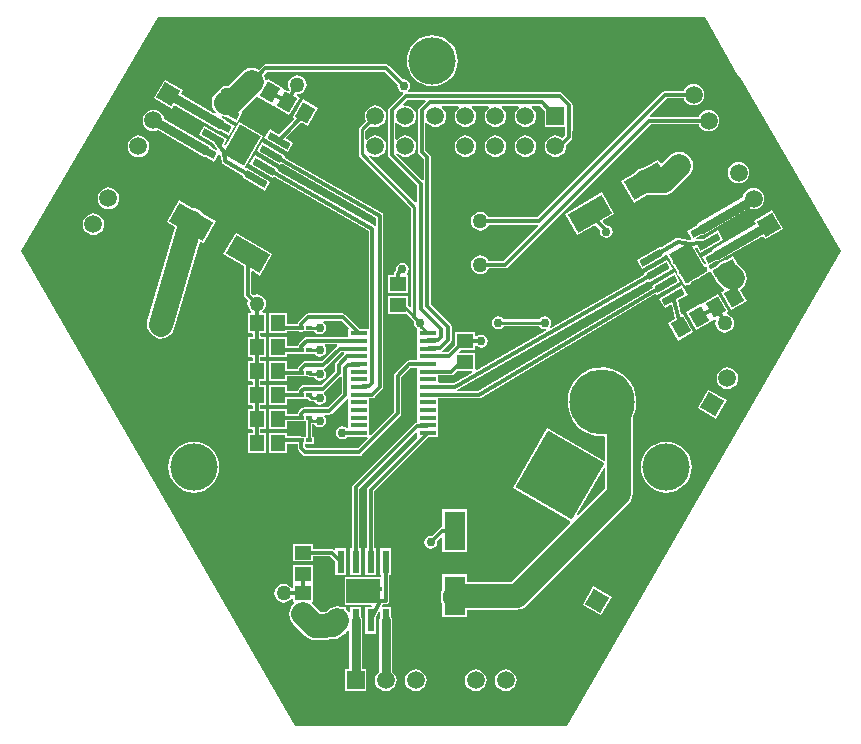
<source format=gtl>
G04*
G04 #@! TF.GenerationSoftware,Altium Limited,Altium Designer,18.1.11 (251)*
G04*
G04 Layer_Physical_Order=1*
G04 Layer_Color=255*
%FSLAX24Y24*%
%MOIN*%
G70*
G01*
G75*
%ADD15C,0.0100*%
G04:AMPARAMS|DCode=16|XSize=55.1mil|YSize=47.2mil|CornerRadius=0mil|HoleSize=0mil|Usage=FLASHONLY|Rotation=120.000|XOffset=0mil|YOffset=0mil|HoleType=Round|Shape=Rectangle|*
%AMROTATEDRECTD16*
4,1,4,0.0342,-0.0121,-0.0067,-0.0357,-0.0342,0.0121,0.0067,0.0357,0.0342,-0.0121,0.0*
%
%ADD16ROTATEDRECTD16*%

G04:AMPARAMS|DCode=17|XSize=77.6mil|YSize=23.6mil|CornerRadius=0mil|HoleSize=0mil|Usage=FLASHONLY|Rotation=30.000|XOffset=0mil|YOffset=0mil|HoleType=Round|Shape=Rectangle|*
%AMROTATEDRECTD17*
4,1,4,-0.0277,-0.0296,-0.0395,-0.0092,0.0277,0.0296,0.0395,0.0092,-0.0277,-0.0296,0.0*
%
%ADD17ROTATEDRECTD17*%

G04:AMPARAMS|DCode=18|XSize=79.5mil|YSize=113mil|CornerRadius=0mil|HoleSize=0mil|Usage=FLASHONLY|Rotation=30.000|XOffset=0mil|YOffset=0mil|HoleType=Round|Shape=Rectangle|*
%AMROTATEDRECTD18*
4,1,4,-0.0062,-0.0688,-0.0627,0.0290,0.0062,0.0688,0.0627,-0.0290,-0.0062,-0.0688,0.0*
%
%ADD18ROTATEDRECTD18*%

G04:AMPARAMS|DCode=19|XSize=55.1mil|YSize=47.2mil|CornerRadius=0mil|HoleSize=0mil|Usage=FLASHONLY|Rotation=240.000|XOffset=0mil|YOffset=0mil|HoleType=Round|Shape=Rectangle|*
%AMROTATEDRECTD19*
4,1,4,-0.0067,0.0357,0.0342,0.0121,0.0067,-0.0357,-0.0342,-0.0121,-0.0067,0.0357,0.0*
%
%ADD19ROTATEDRECTD19*%

G04:AMPARAMS|DCode=20|XSize=77.6mil|YSize=23.6mil|CornerRadius=0mil|HoleSize=0mil|Usage=FLASHONLY|Rotation=150.000|XOffset=0mil|YOffset=0mil|HoleType=Round|Shape=Rectangle|*
%AMROTATEDRECTD20*
4,1,4,0.0395,-0.0092,0.0277,-0.0296,-0.0395,0.0092,-0.0277,0.0296,0.0395,-0.0092,0.0*
%
%ADD20ROTATEDRECTD20*%

G04:AMPARAMS|DCode=21|XSize=79.5mil|YSize=113mil|CornerRadius=0mil|HoleSize=0mil|Usage=FLASHONLY|Rotation=150.000|XOffset=0mil|YOffset=0mil|HoleType=Round|Shape=Rectangle|*
%AMROTATEDRECTD21*
4,1,4,0.0627,0.0290,0.0062,-0.0688,-0.0627,-0.0290,-0.0062,0.0688,0.0627,0.0290,0.0*
%
%ADD21ROTATEDRECTD21*%

%ADD22R,0.0551X0.0472*%
%ADD23R,0.0580X0.0140*%
%ADD24R,0.0472X0.0551*%
%ADD25R,0.0197X0.0118*%
%ADD26R,0.0236X0.0776*%
%ADD27R,0.1130X0.0795*%
G04:AMPARAMS|DCode=28|XSize=130mil|YSize=71mil|CornerRadius=0mil|HoleSize=0mil|Usage=FLASHONLY|Rotation=330.000|XOffset=0mil|YOffset=0mil|HoleType=Round|Shape=Rectangle|*
%AMROTATEDRECTD28*
4,1,4,-0.0740,0.0018,-0.0385,0.0632,0.0740,-0.0018,0.0385,-0.0632,-0.0740,0.0018,0.0*
%
%ADD28ROTATEDRECTD28*%

%ADD29R,0.0710X0.1300*%
G04:AMPARAMS|DCode=30|XSize=130mil|YSize=71mil|CornerRadius=0mil|HoleSize=0mil|Usage=FLASHONLY|Rotation=210.000|XOffset=0mil|YOffset=0mil|HoleType=Round|Shape=Rectangle|*
%AMROTATEDRECTD30*
4,1,4,0.0385,0.0632,0.0740,0.0018,-0.0385,-0.0632,-0.0740,-0.0018,0.0385,0.0632,0.0*
%
%ADD30ROTATEDRECTD30*%

%ADD50C,0.0800*%
%ADD51C,0.0120*%
%ADD52C,0.0300*%
%ADD53P,0.0835X4X165.0*%
%ADD54C,0.0591*%
%ADD55R,0.0591X0.0591*%
%ADD56P,0.0835X4X285.0*%
%ADD57P,0.3071X4X105.0*%
%ADD58C,0.2172*%
%ADD59C,0.0500*%
%ADD60C,0.0150*%
%ADD61C,0.0300*%
%ADD62C,0.1575*%
G36*
X52988Y45651D02*
X52998Y45639D01*
X53006Y45627D01*
X53012Y45623D01*
X53016Y45618D01*
X53030Y45611D01*
X53043Y45602D01*
X53049Y45601D01*
X56420Y39800D01*
X47285Y23962D01*
X38215D01*
X29074Y39807D01*
X33664Y47588D01*
X51894D01*
X52988Y45651D01*
D02*
G37*
%LPC*%
G36*
X41265Y46022D02*
X37236D01*
X37189Y46013D01*
X37149Y45987D01*
X37012Y45849D01*
X36902Y45894D01*
X36782Y45910D01*
X36662Y45894D01*
X36550Y45848D01*
X36454Y45774D01*
X35987Y45308D01*
X35950Y45313D01*
X35869Y45302D01*
X35794Y45271D01*
X35729Y45221D01*
X35679Y45156D01*
X35678Y45153D01*
X35675Y45152D01*
X35579Y45078D01*
X35506Y44982D01*
X35459Y44870D01*
X35443Y44750D01*
X35459Y44630D01*
X35506Y44518D01*
X35579Y44422D01*
X35547Y44386D01*
X34420Y45036D01*
X34491Y45159D01*
X33875Y45514D01*
X33520Y44898D01*
X34136Y44543D01*
X34206Y44665D01*
X35631Y43843D01*
X35710Y43816D01*
X35745Y43818D01*
X36036Y43650D01*
X36214Y43959D01*
X35923Y44127D01*
X35907Y44159D01*
X35845Y44214D01*
X35772Y44256D01*
X35787Y44302D01*
X35907Y44286D01*
X35935D01*
X36286Y44083D01*
X36464Y44392D01*
X36458Y44395D01*
X36450Y44458D01*
X36926Y44934D01*
X36971Y44949D01*
Y44949D01*
X36971D01*
X37441Y44678D01*
X37484Y44653D01*
X37527Y44629D01*
X37528Y44628D01*
X38040Y44332D01*
X38375Y44914D01*
X38296Y44960D01*
X38285Y45023D01*
X38298Y45038D01*
X38300Y45037D01*
X38381Y45048D01*
X38456Y45079D01*
X38521Y45129D01*
X38571Y45194D01*
X38602Y45269D01*
X38613Y45350D01*
X38602Y45431D01*
X38571Y45506D01*
X38521Y45571D01*
X38456Y45621D01*
X38381Y45652D01*
X38300Y45663D01*
X38219Y45652D01*
X38144Y45621D01*
X38079Y45571D01*
X38029Y45506D01*
X37998Y45431D01*
X37987Y45350D01*
X37998Y45269D01*
X38029Y45194D01*
X38048Y45169D01*
X38018Y45120D01*
X37906Y45185D01*
X37862Y45210D01*
X37820Y45234D01*
X37819Y45235D01*
X37307Y45531D01*
X37289Y45500D01*
X37238Y45510D01*
X37230Y45566D01*
X37185Y45676D01*
X37287Y45778D01*
X41214D01*
X41643Y45349D01*
X41636Y45315D01*
X41652Y45233D01*
X41699Y45163D01*
X41768Y45117D01*
X41822Y45106D01*
X41831Y45089D01*
X41836Y45053D01*
X41358Y44575D01*
X41332Y44535D01*
X41322Y44489D01*
Y43005D01*
X41332Y42958D01*
X41358Y42919D01*
X42288Y41989D01*
Y41422D01*
X42238Y41401D01*
X40683Y42956D01*
X40716Y42994D01*
X40721Y42990D01*
X40807Y42954D01*
X40900Y42942D01*
X40993Y42954D01*
X41079Y42990D01*
X41153Y43047D01*
X41210Y43121D01*
X41246Y43207D01*
X41258Y43300D01*
X41246Y43393D01*
X41210Y43479D01*
X41153Y43553D01*
X41079Y43610D01*
X40993Y43646D01*
X40900Y43658D01*
X40807Y43646D01*
X40721Y43610D01*
X40647Y43553D01*
X40617Y43515D01*
X40567Y43532D01*
Y43808D01*
X40740Y43982D01*
X40807Y43954D01*
X40900Y43942D01*
X40993Y43954D01*
X41079Y43990D01*
X41153Y44047D01*
X41210Y44121D01*
X41246Y44207D01*
X41258Y44300D01*
X41246Y44393D01*
X41210Y44479D01*
X41153Y44553D01*
X41079Y44610D01*
X40993Y44646D01*
X40900Y44658D01*
X40807Y44646D01*
X40721Y44610D01*
X40647Y44553D01*
X40590Y44479D01*
X40554Y44393D01*
X40542Y44300D01*
X40554Y44207D01*
X40582Y44140D01*
X40375Y43934D01*
X40351Y43898D01*
X40343Y43855D01*
X40343Y43855D01*
Y43025D01*
X40343Y43025D01*
X40351Y42982D01*
X40375Y42946D01*
X42088Y41234D01*
Y37948D01*
X42042Y37929D01*
X41986Y37985D01*
Y38292D01*
X41314D01*
Y37699D01*
X41954D01*
X42121Y37533D01*
X42121Y37533D01*
X42195Y37458D01*
X42186Y37412D01*
X42202Y37330D01*
X42249Y37261D01*
X42287Y37235D01*
X42300Y37190D01*
X42300Y37190D01*
Y36930D01*
Y36680D01*
Y36420D01*
Y36162D01*
X42040D01*
X41993Y36153D01*
X41953Y36127D01*
X41563Y35737D01*
X41537Y35697D01*
X41528Y35650D01*
Y34441D01*
X40746Y33659D01*
X40700Y33678D01*
Y34120D01*
Y34370D01*
Y34630D01*
Y34898D01*
X40795D01*
X40842Y34907D01*
X40881Y34933D01*
X41137Y35189D01*
X41163Y35228D01*
X41172Y35275D01*
Y40979D01*
X41169Y40995D01*
X41168Y41011D01*
X41165Y41018D01*
X41163Y41025D01*
X41154Y41039D01*
X41147Y41053D01*
X41141Y41059D01*
X41137Y41065D01*
X41123Y41074D01*
X41111Y41085D01*
X37906Y42920D01*
X37893Y42968D01*
X37902Y42984D01*
X37127Y43432D01*
X36948Y43124D01*
X37724Y42676D01*
X37753Y42726D01*
X40928Y40908D01*
Y40665D01*
X40910Y40653D01*
X40878Y40642D01*
X40873Y40645D01*
X40861Y40656D01*
X37656Y42487D01*
X37643Y42536D01*
X37652Y42551D01*
X36877Y42999D01*
X36698Y42691D01*
X37474Y42243D01*
X37503Y42293D01*
X40678Y40479D01*
Y37190D01*
X40393D01*
X39897Y37687D01*
X39857Y37713D01*
X39810Y37722D01*
X38654D01*
X38607Y37713D01*
X38568Y37687D01*
X38343Y37462D01*
X38316Y37422D01*
X38307Y37375D01*
Y37372D01*
X37951D01*
Y37748D01*
X37358D01*
Y37076D01*
X37951D01*
Y37128D01*
X38371D01*
X38383Y37120D01*
X38429Y37110D01*
X38476Y37120D01*
X38493Y37131D01*
X38846D01*
X38846Y37131D01*
Y37131D01*
X38889Y37113D01*
X38899Y37099D01*
X38968Y37052D01*
X39050Y37036D01*
X39132Y37052D01*
X39201Y37099D01*
X39248Y37168D01*
X39264Y37250D01*
X39248Y37332D01*
X39201Y37401D01*
X39162Y37428D01*
X39177Y37478D01*
X39759D01*
X40014Y37223D01*
X40000Y37190D01*
X40000D01*
Y36932D01*
X38614D01*
X38567Y36923D01*
X38528Y36897D01*
X38343Y36712D01*
X38316Y36672D01*
X38307Y36625D01*
Y36622D01*
X37951D01*
Y36948D01*
X37358D01*
Y36276D01*
X37951D01*
Y36378D01*
X38412D01*
X38429Y36381D01*
X38846D01*
X38846Y36381D01*
Y36381D01*
X38889Y36363D01*
X38899Y36349D01*
X38968Y36302D01*
X39050Y36286D01*
X39132Y36302D01*
X39201Y36349D01*
X39248Y36418D01*
X39264Y36500D01*
X39248Y36582D01*
X39211Y36638D01*
X39230Y36688D01*
X39610D01*
X39625Y36638D01*
X39623Y36637D01*
X39119Y36132D01*
X38564D01*
X38517Y36123D01*
X38478Y36097D01*
X38343Y35962D01*
X38316Y35922D01*
X38307Y35875D01*
Y35872D01*
X37951D01*
Y36148D01*
X37358D01*
Y35476D01*
X37951D01*
Y35628D01*
X38412D01*
X38429Y35631D01*
X38648D01*
X38658Y35621D01*
X38658Y35621D01*
X38695Y35596D01*
X38738Y35588D01*
X38738Y35588D01*
X38872D01*
X38899Y35549D01*
X38968Y35502D01*
X39050Y35486D01*
X39132Y35502D01*
X39201Y35549D01*
X39248Y35618D01*
X39264Y35700D01*
X39248Y35782D01*
X39206Y35844D01*
X39216Y35895D01*
X39217Y35897D01*
X39257Y35923D01*
X39761Y36428D01*
X39858D01*
X39869Y36412D01*
X39877Y36378D01*
X39593Y36094D01*
X39567Y36054D01*
X39558Y36007D01*
Y35797D01*
X39102Y35341D01*
X38523D01*
X38476Y35332D01*
X38437Y35306D01*
X38343Y35212D01*
X38316Y35172D01*
X38307Y35125D01*
Y35122D01*
X37951D01*
Y35348D01*
X37358D01*
Y34676D01*
X37951D01*
Y34878D01*
X38412D01*
X38429Y34881D01*
X38648D01*
X38708Y34821D01*
X38708Y34821D01*
X38745Y34796D01*
X38788Y34788D01*
X38788Y34788D01*
X38872D01*
X38899Y34749D01*
X38968Y34702D01*
X39050Y34686D01*
X39132Y34702D01*
X39201Y34749D01*
X39248Y34818D01*
X39264Y34900D01*
X39248Y34982D01*
X39201Y35051D01*
X39197Y35054D01*
X39199Y35083D01*
X39205Y35109D01*
X39240Y35133D01*
X39728Y35621D01*
X39778Y35600D01*
Y35051D01*
X39318Y34591D01*
X38523D01*
X38476Y34582D01*
X38437Y34556D01*
X38343Y34462D01*
X38316Y34422D01*
X38307Y34375D01*
Y34372D01*
X37951D01*
Y34548D01*
X37358D01*
Y33876D01*
X37951D01*
Y34128D01*
X38412D01*
X38429Y34131D01*
X38576D01*
Y33619D01*
X38429D01*
X38412Y33622D01*
X37951D01*
Y33748D01*
X37358D01*
Y33076D01*
X37951D01*
Y33378D01*
X38307D01*
Y33241D01*
X38316Y33194D01*
X38343Y33154D01*
X38483Y33013D01*
X38523Y32987D01*
X38570Y32978D01*
X40360D01*
X40407Y32987D01*
X40447Y33013D01*
X41737Y34303D01*
X41763Y34343D01*
X41772Y34390D01*
Y35599D01*
X42091Y35918D01*
X42300D01*
Y35650D01*
Y35400D01*
Y35140D01*
Y34890D01*
Y34630D01*
Y34370D01*
Y34092D01*
X42294D01*
X42247Y34083D01*
X42207Y34057D01*
X40163Y32013D01*
X40137Y31973D01*
X40128Y31926D01*
Y29897D01*
X40072D01*
Y29001D01*
X40428D01*
Y29897D01*
X40372D01*
Y31876D01*
X42254Y33757D01*
X42300Y33738D01*
Y33610D01*
X42300D01*
X42314Y33577D01*
X40663Y31927D01*
X40637Y31887D01*
X40628Y31840D01*
Y29897D01*
X40572D01*
Y29001D01*
X40928D01*
Y29897D01*
X40872D01*
Y31789D01*
X42693Y33610D01*
X43000D01*
Y33860D01*
Y34120D01*
Y34370D01*
Y34630D01*
Y34889D01*
X44350Y34890D01*
X44358Y34891D01*
X44368Y34891D01*
X44384Y34896D01*
X44397Y34899D01*
X44403Y34903D01*
X44413Y34906D01*
X50235Y38357D01*
X50283Y38344D01*
X50291Y38331D01*
X51066Y38779D01*
X50888Y39088D01*
X50113Y38640D01*
X50143Y38587D01*
X44317Y35134D01*
X43651Y35134D01*
X43637Y35184D01*
X50012Y38815D01*
X50041Y38764D01*
X50816Y39212D01*
X50638Y39521D01*
X49863Y39073D01*
X49872Y39058D01*
X49858Y39009D01*
X46745Y37236D01*
X46710Y37273D01*
X46748Y37330D01*
X46764Y37412D01*
X46748Y37494D01*
X46701Y37563D01*
X46632Y37610D01*
X46550Y37626D01*
X46468Y37610D01*
X46399Y37563D01*
X46372Y37524D01*
X45178D01*
X45151Y37563D01*
X45082Y37610D01*
X45000Y37626D01*
X44918Y37610D01*
X44849Y37563D01*
X44802Y37494D01*
X44786Y37412D01*
X44802Y37330D01*
X44849Y37261D01*
X44918Y37214D01*
X45000Y37198D01*
X45082Y37214D01*
X45151Y37261D01*
X45178Y37300D01*
X46372D01*
X46399Y37261D01*
X46468Y37214D01*
X46550Y37198D01*
X46592Y37206D01*
X46610Y37159D01*
X44279Y35831D01*
X44236Y35856D01*
Y36392D01*
X43696D01*
X43677Y36438D01*
X43747Y36508D01*
X44236D01*
Y36623D01*
X44257Y36636D01*
X44286Y36644D01*
X44348Y36602D01*
X44430Y36586D01*
X44512Y36602D01*
X44581Y36649D01*
X44628Y36718D01*
X44644Y36800D01*
X44628Y36882D01*
X44581Y36951D01*
X44512Y36998D01*
X44430Y37014D01*
X44348Y36998D01*
X44286Y36956D01*
X44257Y36964D01*
X44236Y36977D01*
Y37101D01*
X43564D01*
Y36671D01*
X43316Y36422D01*
X43131D01*
X43125Y36436D01*
X43122Y36472D01*
X43154Y36493D01*
X43407Y36746D01*
X43433Y36786D01*
X43442Y36833D01*
Y37287D01*
X43433Y37334D01*
X43407Y37374D01*
X42752Y38028D01*
Y42926D01*
X42743Y42973D01*
X42717Y43013D01*
X42567Y43162D01*
Y44068D01*
X42617Y44085D01*
X42647Y44047D01*
X42721Y43990D01*
X42807Y43954D01*
X42900Y43942D01*
X42993Y43954D01*
X43079Y43990D01*
X43153Y44047D01*
X43210Y44121D01*
X43246Y44207D01*
X43258Y44300D01*
X43246Y44393D01*
X43210Y44479D01*
X43153Y44553D01*
X43115Y44583D01*
X43132Y44633D01*
X43668D01*
X43685Y44583D01*
X43647Y44553D01*
X43590Y44479D01*
X43554Y44393D01*
X43542Y44300D01*
X43554Y44207D01*
X43590Y44121D01*
X43647Y44047D01*
X43721Y43990D01*
X43807Y43954D01*
X43900Y43942D01*
X43993Y43954D01*
X44079Y43990D01*
X44153Y44047D01*
X44210Y44121D01*
X44246Y44207D01*
X44258Y44300D01*
X44246Y44393D01*
X44210Y44479D01*
X44153Y44553D01*
X44115Y44583D01*
X44132Y44633D01*
X44668D01*
X44685Y44583D01*
X44647Y44553D01*
X44590Y44479D01*
X44554Y44393D01*
X44542Y44300D01*
X44554Y44207D01*
X44590Y44121D01*
X44647Y44047D01*
X44721Y43990D01*
X44807Y43954D01*
X44900Y43942D01*
X44993Y43954D01*
X45079Y43990D01*
X45153Y44047D01*
X45210Y44121D01*
X45246Y44207D01*
X45258Y44300D01*
X45246Y44393D01*
X45210Y44479D01*
X45153Y44553D01*
X45115Y44583D01*
X45132Y44633D01*
X45668D01*
X45685Y44583D01*
X45647Y44553D01*
X45590Y44479D01*
X45554Y44393D01*
X45542Y44300D01*
X45554Y44207D01*
X45590Y44121D01*
X45647Y44047D01*
X45721Y43990D01*
X45807Y43954D01*
X45900Y43942D01*
X45993Y43954D01*
X46079Y43990D01*
X46153Y44047D01*
X46210Y44121D01*
X46246Y44207D01*
X46258Y44300D01*
X46246Y44393D01*
X46210Y44479D01*
X46153Y44553D01*
X46115Y44583D01*
X46132Y44633D01*
X46394D01*
X46545Y44482D01*
Y43945D01*
X47233D01*
Y43866D01*
X47228Y43839D01*
Y43651D01*
X47140Y43563D01*
X47079Y43610D01*
X46993Y43646D01*
X46900Y43658D01*
X46807Y43646D01*
X46721Y43610D01*
X46647Y43553D01*
X46590Y43479D01*
X46554Y43393D01*
X46542Y43300D01*
X46554Y43207D01*
X46590Y43121D01*
X46647Y43047D01*
X46721Y42990D01*
X46807Y42954D01*
X46900Y42942D01*
X46993Y42954D01*
X47079Y42990D01*
X47153Y43047D01*
X47210Y43121D01*
X47246Y43207D01*
X47258Y43300D01*
X47254Y43331D01*
X47437Y43513D01*
X47463Y43553D01*
X47472Y43600D01*
Y43818D01*
X47478Y43845D01*
Y44662D01*
X47468Y44708D01*
X47442Y44748D01*
X47128Y45062D01*
X47088Y45088D01*
X47042Y45098D01*
X41993D01*
X41978Y45148D01*
X42001Y45163D01*
X42048Y45233D01*
X42064Y45315D01*
X42048Y45397D01*
X42001Y45466D01*
X41932Y45513D01*
X41850Y45529D01*
X41816Y45522D01*
X41351Y45987D01*
X41312Y46013D01*
X41265Y46022D01*
D02*
G37*
G36*
X42800Y47002D02*
X42634Y46985D01*
X42474Y46937D01*
X42327Y46858D01*
X42198Y46752D01*
X42092Y46623D01*
X42013Y46476D01*
X41965Y46316D01*
X41948Y46150D01*
X41965Y45984D01*
X42013Y45824D01*
X42092Y45677D01*
X42198Y45548D01*
X42327Y45442D01*
X42474Y45363D01*
X42634Y45315D01*
X42800Y45299D01*
X42966Y45315D01*
X43126Y45363D01*
X43273Y45442D01*
X43402Y45548D01*
X43508Y45677D01*
X43587Y45824D01*
X43635Y45984D01*
X43651Y46150D01*
X43635Y46316D01*
X43587Y46476D01*
X43508Y46623D01*
X43402Y46752D01*
X43273Y46858D01*
X43126Y46937D01*
X42966Y46985D01*
X42800Y47002D01*
D02*
G37*
G36*
X51509Y45372D02*
X51417Y45360D01*
X51330Y45324D01*
X51256Y45267D01*
X51199Y45193D01*
X51175Y45136D01*
X50564D01*
X50517Y45127D01*
X50478Y45101D01*
X46299Y40922D01*
X44685D01*
X44671Y40956D01*
X44621Y41021D01*
X44556Y41071D01*
X44481Y41102D01*
X44400Y41113D01*
X44319Y41102D01*
X44244Y41071D01*
X44179Y41021D01*
X44129Y40956D01*
X44098Y40881D01*
X44087Y40800D01*
X44098Y40719D01*
X44129Y40644D01*
X44179Y40579D01*
X44244Y40529D01*
X44319Y40498D01*
X44400Y40487D01*
X44481Y40498D01*
X44556Y40529D01*
X44621Y40579D01*
X44671Y40644D01*
X44685Y40678D01*
X46319D01*
X46340Y40628D01*
X45184Y39472D01*
X44685D01*
X44671Y39506D01*
X44621Y39571D01*
X44556Y39621D01*
X44481Y39652D01*
X44400Y39663D01*
X44319Y39652D01*
X44244Y39621D01*
X44179Y39571D01*
X44129Y39506D01*
X44098Y39431D01*
X44087Y39350D01*
X44098Y39269D01*
X44129Y39194D01*
X44179Y39129D01*
X44244Y39079D01*
X44319Y39048D01*
X44400Y39037D01*
X44481Y39048D01*
X44556Y39079D01*
X44621Y39129D01*
X44671Y39194D01*
X44685Y39228D01*
X45235D01*
X45282Y39237D01*
X45322Y39263D01*
X50084Y44026D01*
X51675D01*
X51699Y43969D01*
X51756Y43895D01*
X51830Y43838D01*
X51917Y43802D01*
X52009Y43790D01*
X52102Y43802D01*
X52189Y43838D01*
X52263Y43895D01*
X52320Y43969D01*
X52355Y44055D01*
X52368Y44148D01*
X52355Y44241D01*
X52320Y44327D01*
X52263Y44401D01*
X52189Y44458D01*
X52102Y44494D01*
X52009Y44506D01*
X51917Y44494D01*
X51830Y44458D01*
X51756Y44401D01*
X51699Y44327D01*
X51675Y44270D01*
X50064D01*
X50043Y44320D01*
X50615Y44892D01*
X51175D01*
X51199Y44835D01*
X51256Y44761D01*
X51330Y44704D01*
X51417Y44668D01*
X51509Y44656D01*
X51602Y44668D01*
X51689Y44704D01*
X51763Y44761D01*
X51820Y44835D01*
X51855Y44921D01*
X51868Y45014D01*
X51855Y45107D01*
X51820Y45193D01*
X51763Y45267D01*
X51689Y45324D01*
X51602Y45360D01*
X51509Y45372D01*
D02*
G37*
G36*
X38476Y44856D02*
X38141Y44274D01*
X38182Y44250D01*
X38189Y44201D01*
X37693Y43683D01*
X37377Y43865D01*
X37198Y43557D01*
X37974Y43109D01*
X38152Y43417D01*
X37946Y43536D01*
X37939Y43586D01*
X38435Y44104D01*
X38654Y43978D01*
X38989Y44559D01*
X38476Y44856D01*
D02*
G37*
G36*
X45900Y43658D02*
X45807Y43646D01*
X45721Y43610D01*
X45647Y43553D01*
X45590Y43479D01*
X45554Y43393D01*
X45542Y43300D01*
X45554Y43207D01*
X45590Y43121D01*
X45647Y43047D01*
X45721Y42990D01*
X45807Y42954D01*
X45900Y42942D01*
X45993Y42954D01*
X46079Y42990D01*
X46153Y43047D01*
X46210Y43121D01*
X46246Y43207D01*
X46258Y43300D01*
X46246Y43393D01*
X46210Y43479D01*
X46153Y43553D01*
X46079Y43610D01*
X45993Y43646D01*
X45900Y43658D01*
D02*
G37*
G36*
X44900D02*
X44807Y43646D01*
X44721Y43610D01*
X44647Y43553D01*
X44590Y43479D01*
X44554Y43393D01*
X44542Y43300D01*
X44554Y43207D01*
X44590Y43121D01*
X44647Y43047D01*
X44721Y42990D01*
X44807Y42954D01*
X44900Y42942D01*
X44993Y42954D01*
X45079Y42990D01*
X45153Y43047D01*
X45210Y43121D01*
X45246Y43207D01*
X45258Y43300D01*
X45246Y43393D01*
X45210Y43479D01*
X45153Y43553D01*
X45079Y43610D01*
X44993Y43646D01*
X44900Y43658D01*
D02*
G37*
G36*
X43900D02*
X43807Y43646D01*
X43721Y43610D01*
X43647Y43553D01*
X43590Y43479D01*
X43554Y43393D01*
X43542Y43300D01*
X43554Y43207D01*
X43590Y43121D01*
X43647Y43047D01*
X43721Y42990D01*
X43807Y42954D01*
X43900Y42942D01*
X43993Y42954D01*
X44079Y42990D01*
X44153Y43047D01*
X44210Y43121D01*
X44246Y43207D01*
X44258Y43300D01*
X44246Y43393D01*
X44210Y43479D01*
X44153Y43553D01*
X44079Y43610D01*
X43993Y43646D01*
X43900Y43658D01*
D02*
G37*
G36*
X33006Y43655D02*
X32913Y43643D01*
X32826Y43607D01*
X32752Y43550D01*
X32695Y43476D01*
X32659Y43389D01*
X32647Y43296D01*
X32659Y43204D01*
X32695Y43117D01*
X32752Y43043D01*
X32826Y42986D01*
X32913Y42950D01*
X33006Y42938D01*
X33098Y42950D01*
X33185Y42986D01*
X33259Y43043D01*
X33316Y43117D01*
X33352Y43204D01*
X33364Y43296D01*
X33352Y43389D01*
X33316Y43476D01*
X33259Y43550D01*
X33185Y43607D01*
X33098Y43643D01*
X33006Y43655D01*
D02*
G37*
G36*
X51032Y43114D02*
X50912Y43098D01*
X50800Y43052D01*
X50704Y42978D01*
X50448Y42722D01*
X50398Y42729D01*
X50329Y42849D01*
X49887Y42594D01*
X49801Y42582D01*
X49690Y42536D01*
X49593Y42462D01*
X49541Y42394D01*
X49099Y42139D01*
X49514Y41420D01*
X49948Y41670D01*
X50516D01*
X50516Y41670D01*
X50576Y41678D01*
X50636Y41686D01*
X50748Y41732D01*
X50844Y41806D01*
X51360Y42322D01*
X51434Y42418D01*
X51480Y42530D01*
X51496Y42650D01*
X51480Y42770D01*
X51434Y42882D01*
X51360Y42978D01*
X51264Y43052D01*
X51152Y43098D01*
X51032Y43114D01*
D02*
G37*
G36*
X53009Y42774D02*
X52917Y42762D01*
X52830Y42726D01*
X52756Y42669D01*
X52699Y42595D01*
X52663Y42509D01*
X52651Y42416D01*
X52663Y42323D01*
X52699Y42237D01*
X52756Y42163D01*
X52830Y42106D01*
X52917Y42070D01*
X53009Y42058D01*
X53102Y42070D01*
X53189Y42106D01*
X53263Y42163D01*
X53320Y42237D01*
X53355Y42323D01*
X53368Y42416D01*
X53355Y42509D01*
X53320Y42595D01*
X53263Y42669D01*
X53189Y42726D01*
X53102Y42762D01*
X53009Y42774D01*
D02*
G37*
G36*
X33506Y44521D02*
X33413Y44509D01*
X33326Y44473D01*
X33252Y44416D01*
X33195Y44342D01*
X33159Y44255D01*
X33147Y44162D01*
X33159Y44070D01*
X33195Y43983D01*
X33252Y43909D01*
X33326Y43852D01*
X33413Y43816D01*
X33506Y43804D01*
X33598Y43816D01*
X33644Y43835D01*
X35131Y42977D01*
X35210Y42950D01*
X35245Y42952D01*
X35536Y42784D01*
X35685Y43042D01*
X35737Y43032D01*
X35779Y42780D01*
X35781Y42775D01*
X35781Y42770D01*
X35789Y42753D01*
X35796Y42735D01*
X35800Y42732D01*
X35802Y42727D01*
X35816Y42714D01*
X35829Y42700D01*
X35834Y42698D01*
X35837Y42695D01*
X36480Y42312D01*
X36448Y42258D01*
X37224Y41810D01*
X37402Y42118D01*
X36627Y42566D01*
X36627D01*
X36575Y42572D01*
X36561Y42591D01*
X37165Y43637D01*
X36373Y44095D01*
X35928Y43325D01*
X35870Y43324D01*
X35858Y43342D01*
X35964Y43526D01*
X35189Y43974D01*
X35011Y43665D01*
X35486Y43391D01*
X35624Y43201D01*
X35591Y43164D01*
X35423Y43261D01*
X35407Y43293D01*
X35345Y43348D01*
X33858Y44206D01*
X33852Y44255D01*
X33816Y44342D01*
X33759Y44416D01*
X33685Y44473D01*
X33598Y44509D01*
X33506Y44521D01*
D02*
G37*
G36*
X32006Y41923D02*
X31913Y41910D01*
X31826Y41875D01*
X31752Y41818D01*
X31695Y41744D01*
X31659Y41657D01*
X31647Y41564D01*
X31659Y41472D01*
X31695Y41385D01*
X31752Y41311D01*
X31826Y41254D01*
X31913Y41218D01*
X32006Y41206D01*
X32098Y41218D01*
X32185Y41254D01*
X32259Y41311D01*
X32316Y41385D01*
X32352Y41472D01*
X32364Y41564D01*
X32352Y41657D01*
X32316Y41744D01*
X32259Y41818D01*
X32185Y41875D01*
X32098Y41910D01*
X32006Y41923D01*
D02*
G37*
G36*
X53509Y41908D02*
X53417Y41896D01*
X53330Y41860D01*
X53256Y41803D01*
X53199Y41729D01*
X53163Y41643D01*
X53157Y41594D01*
X51670Y40735D01*
X51607Y40680D01*
X51592Y40648D01*
X51300Y40480D01*
X51435Y40247D01*
X51413Y40191D01*
X51392Y40183D01*
X51346Y40183D01*
X51020Y40238D01*
X51001Y40237D01*
X50982Y40238D01*
X50978Y40236D01*
X50972Y40236D01*
X50955Y40228D01*
X50937Y40222D01*
X50444Y39929D01*
X50396Y39941D01*
X50388Y39954D01*
X49613Y39506D01*
X49791Y39197D01*
X50566Y39645D01*
X50560Y39656D01*
X50575Y39676D01*
X50633Y39668D01*
X50764Y39441D01*
X50773Y39397D01*
X50803Y39353D01*
X50823Y39339D01*
X50963Y39096D01*
X50973Y39047D01*
X51003Y39003D01*
X51026Y38987D01*
X51225Y38643D01*
X51269Y38669D01*
X51300Y38662D01*
X51353Y38673D01*
X51397Y38703D01*
X51427Y38747D01*
X51430Y38762D01*
X51607Y38864D01*
X51653Y38873D01*
X51697Y38903D01*
X51712Y38925D01*
X52017Y39101D01*
X52017Y39101D01*
X52032Y39117D01*
X52091Y39110D01*
X52229Y38873D01*
X52229D01*
X52238Y38870D01*
X52260Y38817D01*
X52333Y38721D01*
X52482Y38572D01*
X52531Y38534D01*
X52528Y38484D01*
X52434Y38430D01*
X52769Y37848D01*
X53282Y38145D01*
X53067Y38517D01*
X53138Y38572D01*
X53212Y38668D01*
X53258Y38780D01*
X53274Y38900D01*
X53258Y39020D01*
X53212Y39132D01*
X53138Y39228D01*
X52989Y39377D01*
X52958Y39401D01*
X52826Y39629D01*
X52614Y39506D01*
X52541Y39497D01*
X52429Y39450D01*
X52333Y39377D01*
X52289Y39319D01*
X52085Y39201D01*
X52032Y39228D01*
X52027Y39253D01*
X52016Y39270D01*
X52026Y39333D01*
X52270Y39474D01*
X52305Y39472D01*
X52384Y39498D01*
X53809Y40321D01*
X53879Y40199D01*
X54495Y40554D01*
X54139Y41169D01*
X53524Y40814D01*
X53595Y40692D01*
X52170Y39869D01*
X52107Y39814D01*
X52092Y39782D01*
X51800Y39614D01*
X51915Y39415D01*
X51886Y39367D01*
X51863Y39368D01*
X51572Y39872D01*
X51601Y39922D01*
X51622Y39923D01*
X51729Y39739D01*
X52504Y40187D01*
X52326Y40495D01*
X51852Y40221D01*
X51619Y40196D01*
X51604Y40244D01*
X51770Y40340D01*
X51805Y40338D01*
X51884Y40364D01*
X53371Y41223D01*
X53417Y41204D01*
X53509Y41192D01*
X53602Y41204D01*
X53689Y41240D01*
X53763Y41297D01*
X53820Y41371D01*
X53855Y41457D01*
X53868Y41550D01*
X53855Y41643D01*
X53820Y41729D01*
X53763Y41803D01*
X53689Y41860D01*
X53602Y41896D01*
X53509Y41908D01*
D02*
G37*
G36*
X31506Y41057D02*
X31413Y41044D01*
X31326Y41009D01*
X31252Y40952D01*
X31195Y40878D01*
X31159Y40791D01*
X31147Y40698D01*
X31159Y40606D01*
X31195Y40519D01*
X31252Y40445D01*
X31326Y40388D01*
X31413Y40352D01*
X31506Y40340D01*
X31598Y40352D01*
X31685Y40388D01*
X31759Y40445D01*
X31816Y40519D01*
X31852Y40606D01*
X31864Y40698D01*
X31852Y40791D01*
X31816Y40877D01*
X31759Y40952D01*
X31685Y41009D01*
X31598Y41044D01*
X31506Y41057D01*
D02*
G37*
G36*
X48450Y41764D02*
X47220Y41054D01*
X47635Y40335D01*
X48236Y40682D01*
X48399Y40519D01*
X48386Y40453D01*
X48402Y40371D01*
X48449Y40301D01*
X48518Y40255D01*
X48600Y40238D01*
X48682Y40255D01*
X48751Y40301D01*
X48798Y40371D01*
X48814Y40453D01*
X48798Y40535D01*
X48751Y40604D01*
X48682Y40650D01*
X48600Y40667D01*
X48598Y40666D01*
X48485Y40780D01*
X48491Y40829D01*
X48865Y41045D01*
X48450Y41764D01*
D02*
G37*
G36*
X34363Y41499D02*
X33948Y40781D01*
X34236Y40615D01*
X33305Y37482D01*
X33286Y37363D01*
X33299Y37242D01*
X33342Y37129D01*
X33413Y37031D01*
X33507Y36955D01*
X33618Y36905D01*
X33737Y36886D01*
X33858Y36899D01*
X33971Y36942D01*
X34069Y37013D01*
X34145Y37107D01*
X34195Y37218D01*
X35051Y40099D01*
X35097Y40117D01*
X35178Y40071D01*
X35593Y40789D01*
X35150Y41045D01*
X35108Y41104D01*
X35013Y41180D01*
X34903Y41230D01*
X34803Y41246D01*
X34363Y41499D01*
D02*
G37*
G36*
X36243Y40414D02*
X35828Y39696D01*
X36528Y39291D01*
Y38350D01*
X36537Y38303D01*
X36563Y38263D01*
X36662Y38165D01*
X36648Y38131D01*
X36637Y38050D01*
X36648Y37969D01*
X36679Y37894D01*
X36729Y37829D01*
X36770Y37798D01*
X36753Y37748D01*
X36649D01*
Y37076D01*
X36791D01*
X36827Y37041D01*
X36827Y36948D01*
X36649D01*
Y36276D01*
X36791D01*
X36826Y36241D01*
X36826Y36148D01*
X36649D01*
Y35476D01*
X36790D01*
X36825Y35441D01*
X36825Y35348D01*
X36649D01*
Y34676D01*
X36789D01*
X36824Y34641D01*
X36824Y34548D01*
X36649D01*
Y33876D01*
X36788D01*
X36824Y33841D01*
X36824Y33748D01*
X36649D01*
Y33076D01*
X37242D01*
Y33748D01*
X37104D01*
X37068Y33783D01*
X37068Y33876D01*
X37242D01*
Y34548D01*
X37104D01*
X37069Y34583D01*
X37069Y34676D01*
X37242D01*
Y35348D01*
X37105D01*
X37070Y35383D01*
X37070Y35476D01*
X37242D01*
Y36148D01*
X37106D01*
X37071Y36183D01*
X37071Y36276D01*
X37242D01*
Y36948D01*
X37107D01*
X37071Y36983D01*
X37071Y37076D01*
X37242D01*
Y37748D01*
X37147D01*
X37130Y37798D01*
X37171Y37829D01*
X37221Y37894D01*
X37252Y37969D01*
X37263Y38050D01*
X37252Y38131D01*
X37221Y38206D01*
X37171Y38271D01*
X37106Y38321D01*
X37031Y38352D01*
X36950Y38363D01*
X36869Y38352D01*
X36835Y38338D01*
X36772Y38401D01*
Y39100D01*
X36816Y39125D01*
X37057Y38986D01*
X37472Y39704D01*
X36243Y40414D01*
D02*
G37*
G36*
X41800Y39414D02*
X41718Y39398D01*
X41649Y39351D01*
X41602Y39282D01*
X41586Y39200D01*
X41593Y39166D01*
X41563Y39137D01*
X41537Y39097D01*
X41528Y39050D01*
Y39001D01*
X41314D01*
Y38408D01*
X41986D01*
Y39001D01*
X41969D01*
X41955Y39039D01*
X41953Y39051D01*
X41998Y39118D01*
X42014Y39200D01*
X41998Y39282D01*
X41951Y39351D01*
X41882Y39398D01*
X41800Y39414D01*
D02*
G37*
G36*
X52333Y38371D02*
X51821Y38076D01*
X51820Y38075D01*
X51734Y38026D01*
X51264Y37755D01*
X51600Y37173D01*
X52112Y37469D01*
X52113Y37470D01*
X52113D01*
X52155Y37494D01*
Y37494D01*
X52156Y37495D01*
X52213Y37527D01*
X52253Y37492D01*
X52248Y37481D01*
X52237Y37400D01*
X52248Y37319D01*
X52279Y37244D01*
X52329Y37179D01*
X52394Y37129D01*
X52469Y37098D01*
X52550Y37087D01*
X52631Y37098D01*
X52706Y37129D01*
X52771Y37179D01*
X52821Y37244D01*
X52852Y37319D01*
X52863Y37400D01*
X52852Y37481D01*
X52821Y37556D01*
X52771Y37621D01*
X52706Y37671D01*
X52631Y37702D01*
X52619Y37704D01*
X52608Y37755D01*
X52668Y37790D01*
X52333Y38371D01*
D02*
G37*
G36*
X51138Y38655D02*
X50363Y38207D01*
X50541Y37898D01*
X50734Y38010D01*
X50780Y37990D01*
X50885Y37536D01*
X50651Y37400D01*
X50986Y36819D01*
X51499Y37115D01*
X51164Y37696D01*
X51143Y37685D01*
X51097Y37705D01*
X50992Y38159D01*
X51316Y38346D01*
X51138Y38655D01*
D02*
G37*
G36*
X52632Y35924D02*
X52539Y35912D01*
X52453Y35876D01*
X52379Y35819D01*
X52322Y35745D01*
X52286Y35659D01*
X52274Y35566D01*
X52286Y35473D01*
X52322Y35387D01*
X52379Y35313D01*
X52453Y35256D01*
X52539Y35220D01*
X52632Y35208D01*
X52725Y35220D01*
X52811Y35256D01*
X52885Y35313D01*
X52942Y35387D01*
X52978Y35473D01*
X52990Y35566D01*
X52978Y35659D01*
X52942Y35745D01*
X52885Y35819D01*
X52811Y35876D01*
X52725Y35912D01*
X52632Y35924D01*
D02*
G37*
G36*
X52002Y35185D02*
X51647Y34570D01*
X52262Y34215D01*
X52617Y34830D01*
X52002Y35185D01*
D02*
G37*
G36*
X48519Y35925D02*
X48339Y35921D01*
X48161Y35888D01*
X47991Y35827D01*
X47833Y35741D01*
X47690Y35632D01*
X47565Y35501D01*
X47463Y35352D01*
X47386Y35189D01*
X47334Y35016D01*
X47311Y34838D01*
X47316Y34657D01*
X47348Y34480D01*
X47409Y34310D01*
X47495Y34151D01*
X47605Y34008D01*
X47735Y33884D01*
X47884Y33782D01*
X48047Y33704D01*
X48220Y33653D01*
X48399Y33630D01*
X48525Y33633D01*
X48561Y33598D01*
Y32818D01*
X48517Y32793D01*
X46622Y33888D01*
X45476Y31903D01*
X47392Y30797D01*
X47398Y30748D01*
X45429Y28779D01*
X43965D01*
Y29025D01*
X43135D01*
Y28515D01*
X43102Y28435D01*
X43086Y28315D01*
Y28250D01*
X43102Y28130D01*
X43135Y28050D01*
Y27605D01*
X43965D01*
Y27851D01*
X45622D01*
X45622Y27851D01*
X45682Y27859D01*
X45742Y27867D01*
X45854Y27913D01*
X45950Y27987D01*
X49353Y31390D01*
X49353Y31390D01*
X49426Y31486D01*
X49473Y31598D01*
X49489Y31718D01*
X49489Y31718D01*
Y34275D01*
X49532Y34366D01*
X49583Y34538D01*
X49606Y34717D01*
X49602Y34898D01*
X49569Y35075D01*
X49509Y35245D01*
X49423Y35403D01*
X49313Y35547D01*
X49182Y35671D01*
X49033Y35773D01*
X48871Y35850D01*
X48698Y35902D01*
X48519Y35925D01*
D02*
G37*
G36*
X50600Y33451D02*
X50434Y33435D01*
X50274Y33387D01*
X50127Y33308D01*
X49998Y33202D01*
X49892Y33073D01*
X49813Y32926D01*
X49765Y32766D01*
X49749Y32600D01*
X49765Y32434D01*
X49813Y32274D01*
X49892Y32127D01*
X49998Y31998D01*
X50127Y31892D01*
X50274Y31813D01*
X50434Y31765D01*
X50600Y31748D01*
X50766Y31765D01*
X50926Y31813D01*
X51073Y31892D01*
X51202Y31998D01*
X51308Y32127D01*
X51387Y32274D01*
X51435Y32434D01*
X51452Y32600D01*
X51435Y32766D01*
X51387Y32926D01*
X51308Y33073D01*
X51202Y33202D01*
X51073Y33308D01*
X50926Y33387D01*
X50766Y33435D01*
X50600Y33451D01*
D02*
G37*
G36*
X34850D02*
X34684Y33435D01*
X34524Y33387D01*
X34377Y33308D01*
X34248Y33202D01*
X34142Y33073D01*
X34063Y32926D01*
X34015Y32766D01*
X33998Y32600D01*
X34015Y32434D01*
X34063Y32274D01*
X34142Y32127D01*
X34248Y31998D01*
X34377Y31892D01*
X34524Y31813D01*
X34684Y31765D01*
X34850Y31748D01*
X35016Y31765D01*
X35176Y31813D01*
X35323Y31892D01*
X35452Y31998D01*
X35558Y32127D01*
X35637Y32274D01*
X35685Y32434D01*
X35701Y32600D01*
X35685Y32766D01*
X35637Y32926D01*
X35558Y33073D01*
X35452Y33202D01*
X35323Y33308D01*
X35176Y33387D01*
X35016Y33435D01*
X34850Y33451D01*
D02*
G37*
G36*
X43965Y31195D02*
X43135D01*
Y30607D01*
X43088Y30598D01*
X43048Y30572D01*
X42784Y30307D01*
X42750Y30314D01*
X42668Y30298D01*
X42599Y30251D01*
X42552Y30182D01*
X42536Y30100D01*
X42552Y30018D01*
X42599Y29949D01*
X42668Y29902D01*
X42750Y29886D01*
X42832Y29902D01*
X42901Y29949D01*
X42948Y30018D01*
X42964Y30100D01*
X42957Y30134D01*
X43089Y30266D01*
X43135Y30247D01*
Y29775D01*
X43965D01*
Y31195D01*
D02*
G37*
G36*
X38836Y30051D02*
X38164D01*
Y29458D01*
X38836D01*
Y29632D01*
X39394D01*
X39572Y29454D01*
Y29001D01*
X39928D01*
Y29897D01*
X39572D01*
Y29863D01*
X39522Y29847D01*
X39491Y29867D01*
X39444Y29877D01*
X38836D01*
Y30051D01*
D02*
G37*
G36*
Y29342D02*
X38164D01*
Y28749D01*
X38164D01*
X38164Y28701D01*
X38164D01*
Y28578D01*
X38147Y28569D01*
X38114Y28565D01*
X38071Y28621D01*
X38006Y28671D01*
X37931Y28702D01*
X37850Y28713D01*
X37769Y28702D01*
X37694Y28671D01*
X37629Y28621D01*
X37579Y28556D01*
X37548Y28481D01*
X37537Y28400D01*
X37548Y28319D01*
X37579Y28244D01*
X37629Y28179D01*
X37694Y28129D01*
X37769Y28098D01*
X37850Y28087D01*
X37931Y28098D01*
X38006Y28129D01*
X38071Y28179D01*
X38114Y28235D01*
X38147Y28231D01*
X38164Y28222D01*
Y28108D01*
X38200D01*
X38217Y28058D01*
X38172Y28024D01*
X38098Y27928D01*
X38052Y27816D01*
X38036Y27696D01*
X38052Y27576D01*
X38098Y27464D01*
X38172Y27368D01*
X38568Y26972D01*
X38568Y26972D01*
X38664Y26898D01*
X38776Y26852D01*
X38896Y26836D01*
X39231D01*
X39269Y26841D01*
X39307Y26842D01*
X39329Y26849D01*
X39351Y26852D01*
X39373Y26861D01*
X39497D01*
X39497Y26861D01*
X39557Y26869D01*
X39617Y26877D01*
X39729Y26923D01*
X39825Y26997D01*
X39880Y27052D01*
X39928D01*
Y27100D01*
X39968Y27140D01*
X39968Y27140D01*
X39986Y27163D01*
X40036Y27146D01*
Y25855D01*
X39895D01*
Y25145D01*
X40605D01*
Y25855D01*
X40464D01*
Y27500D01*
X40448Y27582D01*
X40428Y27611D01*
Y27948D01*
X40072D01*
Y27775D01*
X40022Y27758D01*
X39968Y27828D01*
X39928Y27859D01*
Y27948D01*
X39761D01*
X39760Y27948D01*
X39640Y27964D01*
X39520Y27948D01*
X39408Y27902D01*
X39312Y27828D01*
X39281Y27788D01*
X39248Y27784D01*
X39210Y27783D01*
X39188Y27776D01*
X39166Y27773D01*
X39144Y27764D01*
X39088D01*
X38828Y28024D01*
X38783Y28058D01*
X38800Y28108D01*
X38836D01*
Y28701D01*
X38836D01*
X38836Y28749D01*
X38836D01*
Y29342D01*
D02*
G37*
G36*
X48170Y28635D02*
X47815Y28020D01*
X48430Y27665D01*
X48785Y28280D01*
X48170Y28635D01*
D02*
G37*
G36*
X45250Y25858D02*
X45157Y25846D01*
X45071Y25810D01*
X44997Y25753D01*
X44940Y25679D01*
X44904Y25593D01*
X44892Y25500D01*
X44904Y25407D01*
X44940Y25321D01*
X44997Y25247D01*
X45071Y25190D01*
X45157Y25154D01*
X45250Y25142D01*
X45343Y25154D01*
X45429Y25190D01*
X45503Y25247D01*
X45560Y25321D01*
X45596Y25407D01*
X45608Y25500D01*
X45596Y25593D01*
X45560Y25679D01*
X45503Y25753D01*
X45429Y25810D01*
X45343Y25846D01*
X45250Y25858D01*
D02*
G37*
G36*
X44250D02*
X44157Y25846D01*
X44071Y25810D01*
X43997Y25753D01*
X43940Y25679D01*
X43904Y25593D01*
X43892Y25500D01*
X43904Y25407D01*
X43940Y25321D01*
X43997Y25247D01*
X44071Y25190D01*
X44157Y25154D01*
X44250Y25142D01*
X44343Y25154D01*
X44429Y25190D01*
X44503Y25247D01*
X44560Y25321D01*
X44596Y25407D01*
X44608Y25500D01*
X44596Y25593D01*
X44560Y25679D01*
X44503Y25753D01*
X44429Y25810D01*
X44343Y25846D01*
X44250Y25858D01*
D02*
G37*
G36*
X42250D02*
X42157Y25846D01*
X42071Y25810D01*
X41997Y25753D01*
X41940Y25679D01*
X41904Y25593D01*
X41892Y25500D01*
X41904Y25407D01*
X41940Y25321D01*
X41997Y25247D01*
X42071Y25190D01*
X42157Y25154D01*
X42250Y25142D01*
X42343Y25154D01*
X42429Y25190D01*
X42503Y25247D01*
X42560Y25321D01*
X42596Y25407D01*
X42608Y25500D01*
X42596Y25593D01*
X42560Y25679D01*
X42503Y25753D01*
X42429Y25810D01*
X42343Y25846D01*
X42250Y25858D01*
D02*
G37*
G36*
X41428Y29897D02*
X41072D01*
Y29001D01*
X41086D01*
X41101Y28982D01*
X41077Y28932D01*
X39875D01*
Y28017D01*
X40228D01*
X40250Y28012D01*
X40272Y28017D01*
X40628D01*
X40650Y28012D01*
X40672Y28017D01*
X40773D01*
X40803Y27967D01*
X40792Y27948D01*
X40572D01*
Y27052D01*
X40928D01*
Y27594D01*
X41023Y27800D01*
X41072Y27789D01*
Y27611D01*
X41052Y27582D01*
X41036Y27500D01*
Y25784D01*
X40997Y25753D01*
X40940Y25679D01*
X40904Y25593D01*
X40892Y25500D01*
X40904Y25407D01*
X40940Y25321D01*
X40997Y25247D01*
X41071Y25190D01*
X41157Y25154D01*
X41250Y25142D01*
X41343Y25154D01*
X41429Y25190D01*
X41503Y25247D01*
X41560Y25321D01*
X41596Y25407D01*
X41608Y25500D01*
X41596Y25593D01*
X41560Y25679D01*
X41503Y25753D01*
X41464Y25784D01*
Y27500D01*
X41448Y27582D01*
X41428Y27611D01*
Y27948D01*
X41138D01*
X41126Y27967D01*
X41125Y27983D01*
X41165Y28028D01*
X41250D01*
X41297Y28037D01*
X41337Y28063D01*
X41363Y28103D01*
X41372Y28150D01*
Y29001D01*
X41428D01*
Y29897D01*
D02*
G37*
%LPD*%
G36*
X42586Y44803D02*
X42358Y44575D01*
X42332Y44535D01*
X42322Y44489D01*
Y43111D01*
X42332Y43065D01*
X42358Y43025D01*
X42508Y42875D01*
Y42186D01*
X42458Y42165D01*
X41597Y43026D01*
X41598Y43028D01*
X41626Y43039D01*
X41653Y43042D01*
X41721Y42990D01*
X41807Y42954D01*
X41900Y42942D01*
X41993Y42954D01*
X42079Y42990D01*
X42153Y43047D01*
X42210Y43121D01*
X42246Y43207D01*
X42258Y43300D01*
X42246Y43393D01*
X42210Y43479D01*
X42153Y43553D01*
X42079Y43610D01*
X41993Y43646D01*
X41900Y43658D01*
X41807Y43646D01*
X41721Y43610D01*
X41647Y43553D01*
X41617Y43515D01*
X41567Y43532D01*
Y44068D01*
X41617Y44085D01*
X41647Y44047D01*
X41721Y43990D01*
X41807Y43954D01*
X41900Y43942D01*
X41993Y43954D01*
X42079Y43990D01*
X42153Y44047D01*
X42210Y44121D01*
X42246Y44207D01*
X42258Y44300D01*
X42246Y44393D01*
X42210Y44479D01*
X42153Y44553D01*
X42079Y44610D01*
X41993Y44646D01*
X41900Y44658D01*
X41852Y44652D01*
X41829Y44699D01*
X41982Y44853D01*
X42565D01*
X42586Y44803D01*
D02*
G37*
G36*
X44138Y35751D02*
X43517Y35397D01*
X43048Y35395D01*
X43000Y35444D01*
Y35658D01*
X43434D01*
X43481Y35667D01*
X43521Y35693D01*
X43627Y35799D01*
X44126D01*
X44138Y35751D01*
D02*
G37*
G36*
X40000Y34856D02*
Y34370D01*
Y33919D01*
X39959Y33904D01*
X39950Y33902D01*
X39882Y33948D01*
X39800Y33964D01*
X39718Y33948D01*
X39649Y33901D01*
X39602Y33832D01*
X39586Y33750D01*
X39602Y33668D01*
X39649Y33599D01*
X39718Y33552D01*
X39800Y33536D01*
X39882Y33552D01*
X39951Y33599D01*
X40000Y33610D01*
Y33610D01*
X40000Y33610D01*
X40632D01*
X40651Y33564D01*
X40309Y33222D01*
X38621D01*
X38552Y33291D01*
Y33381D01*
X38846D01*
Y33619D01*
X38800D01*
Y34038D01*
X38872D01*
X38899Y33999D01*
X38968Y33952D01*
X39050Y33936D01*
X39132Y33952D01*
X39201Y33999D01*
X39248Y34068D01*
X39264Y34150D01*
X39248Y34232D01*
X39205Y34297D01*
X39217Y34347D01*
X39369D01*
X39416Y34356D01*
X39456Y34383D01*
X39950Y34877D01*
X40000Y34856D01*
D02*
G37*
G36*
X48561Y32566D02*
Y31910D01*
X47669Y31018D01*
X47629Y31049D01*
X48512Y32579D01*
X48561Y32566D01*
D02*
G37*
D15*
X42200Y37612D02*
X42400Y37412D01*
X41816Y37996D02*
X42200Y37612D01*
Y41280D01*
X40455Y43855D02*
X40900Y44300D01*
X40455Y43025D02*
Y43855D01*
Y43025D02*
X42200Y41280D01*
X45000Y37412D02*
X46550D01*
X41650Y37996D02*
X41816D01*
X42400Y37310D02*
X42650Y37060D01*
X42400Y37310D02*
Y37412D01*
X38688Y37250D02*
X39050D01*
X38688Y36500D02*
X39050D01*
X38688Y35750D02*
X38738Y35700D01*
X39050D01*
X38688Y35000D02*
X38788Y34900D01*
X39050D01*
X38788Y34150D02*
X39050D01*
X38688Y34250D02*
X38788Y34150D01*
X38688Y33500D02*
Y34250D01*
D16*
X52244Y37933D02*
D03*
X52858Y38287D02*
D03*
X51689Y37612D02*
D03*
X51075Y37258D02*
D03*
D17*
X50090Y39576D02*
D03*
X50340Y39143D02*
D03*
X50590Y38709D02*
D03*
X50840Y38276D02*
D03*
X52527Y39251D02*
D03*
X52277Y39684D02*
D03*
X52027Y40117D02*
D03*
X51777Y40550D02*
D03*
D18*
X51308Y39413D02*
D03*
D19*
X37396Y45092D02*
D03*
X36782Y45446D02*
D03*
X37951Y44771D02*
D03*
X38565Y44417D02*
D03*
D20*
X36925Y42188D02*
D03*
X37175Y42621D02*
D03*
X37425Y43054D02*
D03*
X37675Y43487D02*
D03*
X35988Y44461D02*
D03*
X35738Y44028D02*
D03*
X35488Y43595D02*
D03*
X35238Y43162D02*
D03*
D21*
X36456Y43325D02*
D03*
D22*
X38500Y29046D02*
D03*
Y29754D02*
D03*
X38500Y28404D02*
D03*
Y27696D02*
D03*
X43900Y36804D02*
D03*
Y36096D02*
D03*
X41650Y38704D02*
D03*
Y37996D02*
D03*
D23*
X40350Y37060D02*
D03*
Y36810D02*
D03*
Y36550D02*
D03*
Y36300D02*
D03*
Y36040D02*
D03*
Y35780D02*
D03*
Y35530D02*
D03*
Y35270D02*
D03*
Y35020D02*
D03*
Y34760D02*
D03*
Y34500D02*
D03*
Y34250D02*
D03*
Y33990D02*
D03*
Y33740D02*
D03*
X42650D02*
D03*
Y33990D02*
D03*
Y34250D02*
D03*
Y34500D02*
D03*
Y34760D02*
D03*
Y35020D02*
D03*
Y35270D02*
D03*
Y35530D02*
D03*
Y35780D02*
D03*
Y36040D02*
D03*
Y36300D02*
D03*
Y36550D02*
D03*
Y36810D02*
D03*
Y37060D02*
D03*
D24*
X36946Y33412D02*
D03*
X37654D02*
D03*
X36946Y34212D02*
D03*
X37654D02*
D03*
X36946Y35012D02*
D03*
X37654D02*
D03*
X36946Y35812D02*
D03*
X37654D02*
D03*
X36946Y36612D02*
D03*
X37654D02*
D03*
X36946Y37412D02*
D03*
X37654D02*
D03*
D25*
X38688Y34250D02*
D03*
X38412D02*
D03*
X38688Y33500D02*
D03*
X38412D02*
D03*
X38688Y35000D02*
D03*
X38412D02*
D03*
X38412Y35750D02*
D03*
X38688D02*
D03*
X38412Y36500D02*
D03*
X38688D02*
D03*
X38412Y37250D02*
D03*
X38688D02*
D03*
D26*
X41250Y29449D02*
D03*
X40750D02*
D03*
X40250D02*
D03*
X39750D02*
D03*
Y27500D02*
D03*
X40250D02*
D03*
X40750D02*
D03*
X41250D02*
D03*
D27*
X40500Y28474D02*
D03*
D28*
X36650Y39700D02*
D03*
X34771Y40785D02*
D03*
D29*
X43550Y30485D02*
D03*
Y28315D02*
D03*
D30*
X48042Y41049D02*
D03*
X49921Y42134D02*
D03*
D50*
X36086Y44750D02*
X36782Y45446D01*
X35907Y44750D02*
X36086D01*
X50516Y42134D02*
X51032Y42650D01*
X49921Y42134D02*
X50516D01*
X43550Y28315D02*
X45622D01*
X39640Y27468D02*
Y27500D01*
X52661Y39049D02*
X52810Y38900D01*
X38500Y27696D02*
X38896Y27300D01*
X39231D01*
X39497Y27325D02*
X39640Y27468D01*
X39286Y27325D02*
X39497D01*
X39231Y27300D02*
X39286Y27325D01*
X49025Y31718D02*
Y34475D01*
X48723Y34777D02*
X49025Y34475D01*
X48459Y34777D02*
X48723D01*
X45622Y28315D02*
X49025Y31718D01*
X33750Y37350D02*
X34771Y40785D01*
X43550Y28250D02*
Y28315D01*
D51*
X39800Y33750D02*
X39810Y33740D01*
X40350D01*
X41265Y45900D02*
X41850Y45315D01*
X37236Y45900D02*
X41265D01*
X36782Y45446D02*
X37236Y45900D01*
X41250Y28150D02*
Y29449D01*
X41050Y28150D02*
X41250D01*
X40750Y27500D02*
X41050Y28150D01*
X51400Y40050D02*
X52027Y40117D01*
X51000D02*
X51400Y40050D01*
X50090Y39576D02*
X51000Y40117D01*
X35850Y43100D02*
X35900Y42800D01*
X36925Y42188D01*
X35488Y43595D02*
X35850Y43100D01*
X41445Y43005D02*
X42410Y42040D01*
Y37886D02*
Y42040D01*
Y37886D02*
X43100Y37196D01*
X42445Y44489D02*
X42711Y44755D01*
X42445Y43111D02*
X42630Y42926D01*
Y37977D02*
Y42926D01*
X42445Y43111D02*
Y44489D01*
X42630Y37977D02*
X43320Y37287D01*
X42750Y30100D02*
X43135Y30485D01*
X43550D01*
X48600Y40453D02*
Y40492D01*
X48042Y41049D02*
X48600Y40492D01*
X36949Y37412D02*
X36950Y38050D01*
X36650Y38350D02*
X36950Y38050D01*
X36650Y38350D02*
Y39700D01*
X41650Y39050D02*
X41800Y39200D01*
X41650Y38704D02*
Y39050D01*
X44426Y36804D02*
X44430Y36800D01*
X43900Y36804D02*
X44426D01*
X43871D02*
X43900D01*
X43366Y36300D02*
X43871Y36804D01*
X42650Y36300D02*
X43366D01*
X41050Y35275D02*
Y40979D01*
X40800Y35394D02*
Y40550D01*
X38429Y35875D02*
X38564Y36010D01*
X39170D01*
X39710Y36550D01*
X38523Y34469D02*
X39369D01*
X38429Y34375D02*
X38523Y34469D01*
X39369D02*
X39900Y35000D01*
X38523Y35219D02*
X39153D01*
X39680Y35746D01*
X38429Y35125D02*
X38523Y35219D01*
X39680Y35746D02*
Y36007D01*
X38614Y36810D02*
X40350D01*
X38429Y36625D02*
X38614Y36810D01*
X39710Y36550D02*
X40350D01*
X39680Y36007D02*
X39973Y36300D01*
X39900Y35916D02*
X39994Y36010D01*
X39900Y35000D02*
Y35916D01*
X39994Y36010D02*
X40350D01*
X38429Y37233D02*
Y37375D01*
X39810Y37600D02*
X40350Y37060D01*
X38654Y37600D02*
X39810D01*
X38429Y37375D02*
X38654Y37600D01*
X39973Y36300D02*
X40350D01*
X41445Y43005D02*
Y44489D01*
X46445Y44755D02*
X46900Y44300D01*
X42711Y44755D02*
X46445D01*
X47042Y44975D02*
X47355Y44662D01*
X41445Y44489D02*
X41931Y44975D01*
X47042D01*
X43320Y36833D02*
Y37287D01*
X43067Y36580D02*
X43320Y36833D01*
X42680Y36580D02*
X43067D01*
X42650Y36550D02*
X42680Y36580D01*
X43100Y36924D02*
Y37196D01*
X43006Y36830D02*
X43100Y36924D01*
X42670Y36830D02*
X43006D01*
X46900Y43300D02*
X47050D01*
X47350Y43600D01*
Y43839D01*
X47355Y43845D01*
Y44662D01*
X42650Y36810D02*
X42670Y36830D01*
X44400Y40800D02*
X46350D01*
X50564Y45014D01*
X51509D01*
X50033Y44148D02*
X52009D01*
X45235Y39350D02*
X50033Y44148D01*
X44400Y39350D02*
X45235D01*
X37951Y44771D02*
X38300Y45350D01*
X37396Y45092D02*
X37951Y44771D01*
X37850Y28400D02*
X38500Y28404D01*
X38500Y29046D02*
X38500Y28404D01*
X52244Y37933D02*
X52550Y37400D01*
X51689Y37612D02*
X52244Y37933D01*
X36949Y36612D02*
X36949Y37412D01*
X36948Y35812D02*
X36949Y36612D01*
X36947Y35012D02*
X36948Y35812D01*
X36946Y34212D02*
X36947Y35012D01*
X36946Y33412D02*
X36946Y34212D01*
X37675Y43487D02*
X38565Y44417D01*
X50840Y38276D02*
X51075Y37258D01*
X39444Y29754D02*
X39750Y29449D01*
X38500Y29754D02*
X39444D01*
X43434Y35780D02*
X43750Y36096D01*
X42650Y35780D02*
X43434D01*
X40350Y35270D02*
X40450D01*
X40480Y35300D01*
X40706D01*
X40800Y35394D01*
X40795Y35020D02*
X41050Y35275D01*
X40350Y35020D02*
X40795D01*
X41650Y34390D02*
Y35650D01*
X40360Y33100D02*
X41650Y34390D01*
X38570Y33100D02*
X40360D01*
X40250Y29449D02*
Y31926D01*
X42294Y33970D01*
X42630D01*
X42650Y33990D01*
X40750Y29449D02*
Y31840D01*
X42650Y33740D01*
X44350Y35012D02*
X50590Y38709D01*
X42650Y35011D02*
X44350Y35012D01*
X42650Y35011D02*
X42650D01*
X42650Y35270D02*
X43550Y35275D01*
X50340Y39143D01*
X37425Y43054D02*
X41050Y40979D01*
X37175Y42621D02*
X40800Y40550D01*
X42040Y36040D02*
X42650D01*
X41650Y35650D02*
X42040Y36040D01*
X38429Y33241D02*
X38570Y33100D01*
X38429Y33241D02*
Y33483D01*
X38412Y33500D02*
X38429Y33483D01*
X37654Y33412D02*
X37742Y33500D01*
X38412D01*
X37654Y37412D02*
X37816Y37250D01*
X38412D01*
X37654Y36612D02*
X37766Y36500D01*
X38412D01*
X37654Y35812D02*
X37716Y35750D01*
X38412D01*
X37654Y35012D02*
X37666Y35000D01*
X38412D01*
X37654Y34212D02*
X37692Y34250D01*
X38412D01*
X38429Y34267D02*
Y34375D01*
X38412Y34250D02*
X38429Y34267D01*
X40350Y36010D02*
Y36040D01*
X38412Y35000D02*
X38429Y35017D01*
Y35125D01*
X38412Y35750D02*
X38429Y35767D01*
Y35875D01*
X38412Y36500D02*
X38429Y36517D01*
Y36625D01*
X38412Y37250D02*
X38429Y37233D01*
D52*
X41250Y25500D02*
Y27500D01*
X40250Y25500D02*
Y27500D01*
X52277Y39684D02*
X54009Y40684D01*
X51777Y40550D02*
X53509Y41550D01*
X33506Y44162D02*
X35238Y43162D01*
X34006Y45028D02*
X35738Y44028D01*
D53*
X54009Y40684D02*
D03*
D54*
X53509Y41550D02*
D03*
X53009Y42416D02*
D03*
X52509Y43282D02*
D03*
X52009Y44148D02*
D03*
X51509Y45014D02*
D03*
X46900Y43300D02*
D03*
X45900Y44300D02*
D03*
Y43300D02*
D03*
X44900Y44300D02*
D03*
Y43300D02*
D03*
X43900Y44300D02*
D03*
Y43300D02*
D03*
X42900Y44300D02*
D03*
Y43300D02*
D03*
X41900Y44300D02*
D03*
Y43300D02*
D03*
X40900Y44300D02*
D03*
Y43300D02*
D03*
X33506Y44162D02*
D03*
X33006Y43296D02*
D03*
X32506Y42430D02*
D03*
X32006Y41564D02*
D03*
X31506Y40698D02*
D03*
X48800Y29016D02*
D03*
X52632Y35566D02*
D03*
X41250Y25500D02*
D03*
X42250D02*
D03*
X43250D02*
D03*
X44250D02*
D03*
X45250D02*
D03*
D55*
X46900Y44300D02*
D03*
X40250Y25500D02*
D03*
D56*
X34006Y45028D02*
D03*
X48300Y28150D02*
D03*
X52132Y34700D02*
D03*
D57*
X47041Y32323D02*
D03*
D58*
X48459Y34777D02*
D03*
D59*
X35950Y45000D02*
D03*
X39231Y27300D02*
D03*
X34771Y40785D02*
D03*
X33750Y37350D02*
D03*
X43550Y28250D02*
D03*
X44400Y40800D02*
D03*
Y39350D02*
D03*
X38300Y45350D02*
D03*
X37850Y28400D02*
D03*
X52550Y37400D02*
D03*
X36950Y38050D02*
D03*
D60*
X51300Y38800D02*
D03*
X51600Y39000D02*
D03*
X36035Y43068D02*
D03*
X36250Y42908D02*
D03*
X36224Y43250D02*
D03*
X36432Y43150D02*
D03*
X36346Y43450D02*
D03*
X36550Y43332D02*
D03*
X36450Y43676D02*
D03*
X36644Y43550D02*
D03*
X36850Y43424D02*
D03*
X36726Y43215D02*
D03*
X36600Y43011D02*
D03*
X36450Y42791D02*
D03*
X51100Y39100D02*
D03*
X51900Y39200D02*
D03*
X51250Y39850D02*
D03*
X51200Y39600D02*
D03*
X51450Y39535D02*
D03*
X51150Y39350D02*
D03*
X51400Y39300D02*
D03*
X51650Y39250D02*
D03*
X51350Y39050D02*
D03*
X50900Y39450D02*
D03*
X41050Y28550D02*
D03*
Y28150D02*
D03*
X40250D02*
D03*
X40050Y28350D02*
D03*
X40450D02*
D03*
X40650Y28150D02*
D03*
X40850Y28350D02*
D03*
X40650Y28550D02*
D03*
X40250D02*
D03*
X40850Y28750D02*
D03*
X40450D02*
D03*
X40050D02*
D03*
D61*
X39800Y33750D02*
D03*
X41850Y45315D02*
D03*
X45807Y42186D02*
D03*
X51032Y42650D02*
D03*
X52810Y38900D02*
D03*
X42750Y30100D02*
D03*
X48600Y40453D02*
D03*
X44500Y40250D02*
D03*
X46550Y37412D02*
D03*
X45000D02*
D03*
X41800Y39200D02*
D03*
X44430Y36800D02*
D03*
X42400Y37412D02*
D03*
X39050Y37250D02*
D03*
Y36500D02*
D03*
Y35700D02*
D03*
Y34900D02*
D03*
Y34150D02*
D03*
D62*
X50600Y32600D02*
D03*
X34850D02*
D03*
X42800Y46150D02*
D03*
M02*

</source>
